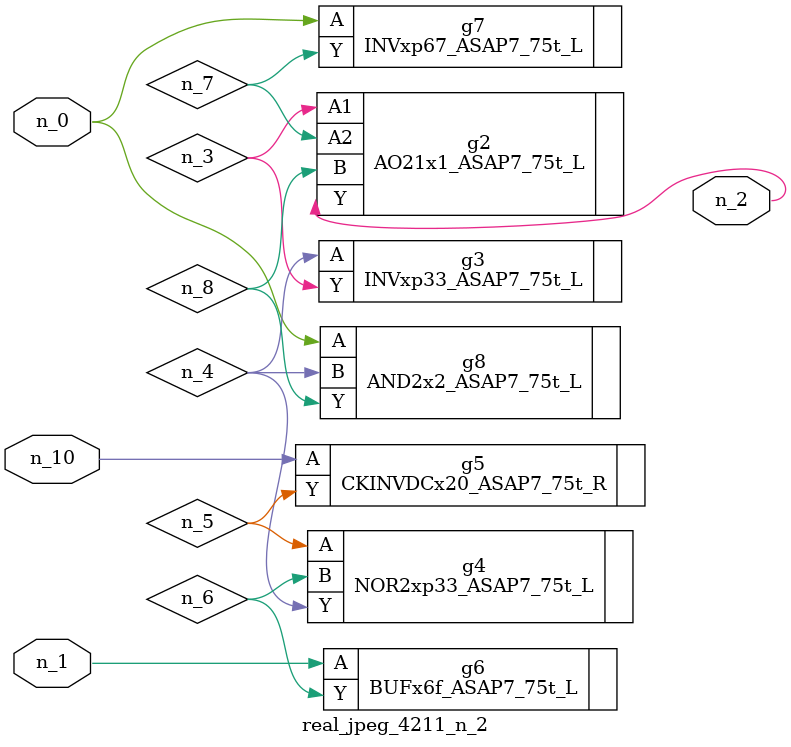
<source format=v>
module real_jpeg_4211_n_2 (n_1, n_10, n_0, n_2);

input n_1;
input n_10;
input n_0;

output n_2;

wire n_5;
wire n_4;
wire n_8;
wire n_6;
wire n_7;
wire n_3;

INVxp67_ASAP7_75t_L g7 ( 
.A(n_0),
.Y(n_7)
);

AND2x2_ASAP7_75t_L g8 ( 
.A(n_0),
.B(n_4),
.Y(n_8)
);

BUFx6f_ASAP7_75t_L g6 ( 
.A(n_1),
.Y(n_6)
);

AO21x1_ASAP7_75t_L g2 ( 
.A1(n_3),
.A2(n_7),
.B(n_8),
.Y(n_2)
);

INVxp33_ASAP7_75t_L g3 ( 
.A(n_4),
.Y(n_3)
);

NOR2xp33_ASAP7_75t_L g4 ( 
.A(n_5),
.B(n_6),
.Y(n_4)
);

CKINVDCx20_ASAP7_75t_R g5 ( 
.A(n_10),
.Y(n_5)
);


endmodule
</source>
